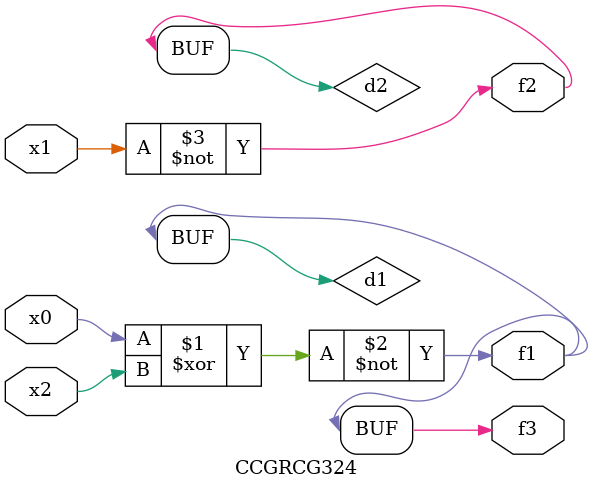
<source format=v>
module CCGRCG324(
	input x0, x1, x2,
	output f1, f2, f3
);

	wire d1, d2, d3;

	xnor (d1, x0, x2);
	nand (d2, x1);
	nor (d3, x1, x2);
	assign f1 = d1;
	assign f2 = d2;
	assign f3 = d1;
endmodule

</source>
